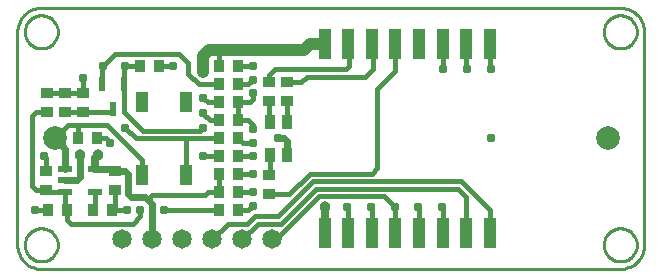
<source format=gbr>
G04 EAGLE Gerber RS-274X export*
G75*
%MOMM*%
%FSLAX34Y34*%
%LPD*%
%INTop Copper*%
%IPPOS*%
%AMOC8*
5,1,8,0,0,1.08239X$1,22.5*%
G01*
%ADD10C,2.000000*%
%ADD11R,0.950000X1.000000*%
%ADD12R,1.000000X0.950000*%
%ADD13C,1.650000*%
%ADD14R,1.200000X0.600000*%
%ADD15R,0.900000X1.200000*%
%ADD16R,1.100000X2.600000*%
%ADD17R,0.600000X1.300000*%
%ADD18R,1.100000X1.800000*%
%ADD19C,0.787400*%
%ADD20C,0.381000*%
%ADD21C,0.558800*%
%ADD22C,0.965200*%
%ADD23C,0.635000*%
%ADD24C,1.016000*%
%ADD25C,0.400000*%
%ADD26C,0.254000*%


D10*
X31750Y110490D03*
X499750Y110490D03*
D11*
X171070Y125730D03*
X187070Y125730D03*
X67690Y110490D03*
X51690Y110490D03*
D12*
X55880Y132970D03*
X55880Y148970D03*
D11*
X26290Y49530D03*
X42290Y49530D03*
X80390Y49530D03*
X64390Y49530D03*
D12*
X82550Y66930D03*
X82550Y82930D03*
D13*
X215900Y24892D03*
X190500Y24892D03*
X165100Y24892D03*
X139700Y24892D03*
X114300Y24892D03*
X88900Y24892D03*
D12*
X25400Y148970D03*
X25400Y132970D03*
D14*
X40840Y84430D03*
X40840Y74930D03*
X40840Y65430D03*
X65840Y65430D03*
X65840Y84430D03*
D15*
X213730Y96490D03*
X213730Y124490D03*
X228230Y124490D03*
X228230Y96490D03*
D16*
X400200Y190490D03*
X380200Y190490D03*
X360200Y190490D03*
X340200Y190490D03*
X320200Y190490D03*
X300200Y190490D03*
X280200Y190490D03*
X260200Y190490D03*
X260200Y30490D03*
X280200Y30490D03*
X300200Y30490D03*
X320200Y30490D03*
X340200Y30490D03*
X360200Y30490D03*
X380200Y30490D03*
X400200Y30490D03*
D17*
X90780Y156550D03*
X71780Y156550D03*
X81280Y135550D03*
D11*
X171070Y140970D03*
X187070Y140970D03*
X187070Y95250D03*
X171070Y95250D03*
X187070Y110490D03*
X171070Y110490D03*
X119760Y171450D03*
X103760Y171450D03*
D12*
X40640Y132970D03*
X40640Y148970D03*
X24130Y82930D03*
X24130Y66930D03*
D11*
X171070Y156210D03*
X187070Y156210D03*
X171070Y171450D03*
X187070Y171450D03*
D12*
X213360Y79120D03*
X213360Y63120D03*
X228600Y141860D03*
X228600Y157860D03*
X213360Y141860D03*
X213360Y157860D03*
D11*
X187070Y49530D03*
X171070Y49530D03*
X187070Y64770D03*
X171070Y64770D03*
X171070Y80010D03*
X187070Y80010D03*
D18*
X105960Y79490D03*
X105960Y141490D03*
X142960Y79490D03*
X142960Y141490D03*
D19*
X320040Y52070D03*
D20*
X320200Y51910D02*
X320200Y30490D01*
X320200Y51910D02*
X320040Y52070D01*
D19*
X199390Y80010D03*
D20*
X187070Y80010D01*
X320040Y52275D02*
X320040Y52070D01*
X320040Y52275D02*
X310748Y61567D01*
X255877Y61567D01*
X219202Y24892D02*
X215900Y24892D01*
X219202Y24892D02*
X255877Y61567D01*
X380200Y60490D02*
X380200Y30490D01*
X372773Y67917D02*
X253247Y67917D01*
X372773Y67917D02*
X380200Y60490D01*
X203708Y38100D02*
X190500Y24892D01*
X223430Y38100D02*
X253247Y67917D01*
X223430Y38100D02*
X203708Y38100D01*
X250616Y74267D02*
X375403Y74267D01*
X250616Y74267D02*
X220799Y44450D01*
X201078Y44450D02*
X194728Y38100D01*
X201078Y44450D02*
X220799Y44450D01*
X178308Y38100D02*
X165100Y24892D01*
X178308Y38100D02*
X194728Y38100D01*
X375403Y74267D02*
X400050Y49620D01*
X400050Y30640D01*
X400200Y30490D01*
D19*
X401320Y168910D03*
X199390Y148590D03*
D20*
X187070Y140970D02*
X187070Y125730D01*
X400200Y170030D02*
X400200Y190490D01*
X400200Y170030D02*
X401320Y168910D01*
D19*
X199390Y118110D03*
D20*
X195580Y125730D02*
X187070Y125730D01*
X199390Y121920D02*
X199390Y118110D01*
X199390Y121920D02*
X195580Y125730D01*
X196850Y140970D02*
X187070Y140970D01*
X199390Y143510D02*
X199390Y148590D01*
X199390Y143510D02*
X196850Y140970D01*
X82550Y82930D02*
X81050Y84430D01*
D21*
X65840Y84430D01*
X82550Y82930D02*
X91060Y82930D01*
X96520Y60960D02*
X107950Y60960D01*
X110490Y58420D01*
X114300Y54610D01*
X114300Y24892D01*
X93980Y80010D02*
X91060Y82930D01*
X93980Y80010D02*
X93980Y63500D01*
X96520Y60960D01*
D20*
X171070Y64770D02*
X171070Y80010D01*
X171070Y64770D02*
X161290Y64770D01*
X114300Y62230D02*
X110490Y58420D01*
X158750Y62230D02*
X161290Y64770D01*
X158750Y62230D02*
X114300Y62230D01*
D19*
X220980Y110490D03*
D21*
X228230Y108320D02*
X228230Y96490D01*
X226060Y110490D02*
X220980Y110490D01*
X226060Y110490D02*
X228230Y108320D01*
D22*
X68580Y96520D03*
D23*
X65840Y93780D02*
X65840Y84430D01*
X65840Y93780D02*
X68580Y96520D01*
D22*
X157480Y166370D03*
D24*
X247640Y190490D02*
X260200Y190490D01*
X247640Y190490D02*
X242570Y185420D01*
X171450Y185420D01*
X162560Y185420D02*
X157480Y180340D01*
X157480Y166370D01*
X162560Y185420D02*
X171450Y185420D01*
D20*
X171070Y185040D02*
X171070Y171450D01*
X171070Y185040D02*
X171450Y185420D01*
D19*
X157480Y144780D03*
D20*
X161290Y140970D02*
X171070Y140970D01*
X161290Y140970D02*
X157480Y144780D01*
D22*
X260350Y52070D03*
D20*
X260200Y51920D01*
D19*
X22860Y95250D03*
X15240Y49530D03*
X92710Y49530D03*
D22*
X53340Y96520D03*
D20*
X26290Y49530D02*
X15240Y49530D01*
X80390Y49530D02*
X92710Y49530D01*
X24130Y82930D02*
X24130Y93980D01*
X22860Y95250D01*
D21*
X40840Y74930D02*
X50800Y74930D01*
X53340Y77470D01*
X53340Y96520D01*
D23*
X260200Y51920D02*
X260200Y30490D01*
D19*
X132080Y171450D03*
D20*
X119760Y171450D01*
X82550Y66930D02*
X82550Y51690D01*
X80390Y49530D01*
D19*
X157480Y132080D03*
D20*
X162984Y125730D02*
X171070Y125730D01*
X162984Y125730D02*
X157480Y131234D01*
X157480Y132080D01*
D19*
X78740Y106680D03*
D20*
X74930Y110490D02*
X67690Y110490D01*
X74930Y110490D02*
X78740Y106680D01*
D19*
X401320Y110490D03*
X381000Y168910D03*
X199390Y160020D03*
D20*
X195580Y156210D01*
X187070Y156210D01*
X380200Y169710D02*
X380200Y190490D01*
X380200Y169710D02*
X381000Y168910D01*
D19*
X360680Y168910D03*
X199390Y171450D03*
D20*
X187070Y171450D01*
X360200Y169390D02*
X360200Y190490D01*
X360200Y169390D02*
X360680Y168910D01*
X320200Y167800D02*
X320200Y190490D01*
X320200Y167800D02*
X304800Y152400D01*
X304800Y85090D01*
X300327Y80617D01*
X247986Y80617D01*
X230489Y63120D01*
X213360Y63120D01*
X228600Y157860D02*
X240410Y157860D01*
X245110Y162560D01*
X294640Y162560D01*
X300990Y168910D01*
X300990Y189700D01*
X300200Y190490D01*
X280670Y171450D02*
X278130Y168910D01*
X218440Y168910D01*
X280670Y171450D02*
X280670Y190020D01*
X280200Y190490D01*
X213360Y163830D02*
X213360Y157860D01*
X213360Y163830D02*
X218440Y168910D01*
X228600Y141860D02*
X228600Y124860D01*
X228230Y124490D01*
D25*
X213730Y124490D02*
X213080Y124330D01*
D20*
X213360Y124610D02*
X213360Y141860D01*
X213360Y124610D02*
X213080Y124330D01*
X213730Y96490D02*
X213730Y79490D01*
X213360Y79120D01*
D19*
X359410Y52070D03*
X199390Y106680D03*
D20*
X360200Y51280D02*
X360200Y30490D01*
X360200Y51280D02*
X359410Y52070D01*
X199390Y106680D02*
X190880Y106680D01*
X187070Y110490D01*
D19*
X339090Y52070D03*
X199390Y95250D03*
D20*
X340200Y50960D02*
X340200Y30490D01*
X340200Y50960D02*
X339090Y52070D01*
X199390Y95250D02*
X187070Y95250D01*
D19*
X299720Y52070D03*
X199390Y64770D03*
D20*
X300200Y51590D02*
X300200Y30490D01*
X300200Y51590D02*
X299720Y52070D01*
X199390Y64770D02*
X187070Y64770D01*
X65840Y65430D02*
X65840Y50980D01*
X64390Y49530D01*
X55880Y132970D02*
X78700Y132970D01*
X81280Y135550D01*
X55880Y132970D02*
X40640Y132970D01*
X40840Y65430D02*
X40840Y50980D01*
X42290Y49530D01*
X40840Y65430D02*
X25630Y65430D01*
X24130Y66930D01*
X15620Y66930D01*
X12700Y69850D01*
X12700Y129540D01*
X16130Y132970D02*
X25400Y132970D01*
X16130Y132970D02*
X12700Y129540D01*
D19*
X104140Y49530D03*
X124460Y49530D03*
D20*
X171070Y49530D01*
X104140Y49530D02*
X104140Y44450D01*
X97790Y38100D01*
X45720Y38100D01*
X42290Y41530D01*
X42290Y49530D01*
D19*
X279400Y52070D03*
X199390Y53340D03*
D20*
X195580Y49530D02*
X187070Y49530D01*
X195580Y49530D02*
X199390Y53340D01*
X280200Y51270D02*
X280200Y30490D01*
X280200Y51270D02*
X279400Y52070D01*
X55880Y148970D02*
X40640Y148970D01*
X25400Y148970D01*
D19*
X55880Y161290D03*
D20*
X55880Y148970D01*
D19*
X91440Y119380D03*
D20*
X100330Y110490D01*
X143510Y110490D02*
X171070Y110490D01*
X143510Y110490D02*
X100330Y110490D01*
X142960Y109940D02*
X142960Y79490D01*
X142960Y109940D02*
X143510Y110490D01*
X90780Y132740D02*
X90780Y156550D01*
X90780Y132740D02*
X106680Y116840D01*
D19*
X157480Y119380D03*
X157480Y95250D03*
D20*
X154940Y116840D02*
X157480Y119380D01*
X154940Y116840D02*
X106680Y116840D01*
X157480Y95250D02*
X171070Y95250D01*
D19*
X91440Y171450D03*
D20*
X103760Y171450D01*
X90780Y170790D02*
X90780Y156550D01*
X90780Y170790D02*
X91440Y171450D01*
X105960Y92160D02*
X105960Y79490D01*
X105960Y92160D02*
X76200Y121920D01*
X52070Y121920D01*
X51690Y121540D02*
X51690Y110490D01*
X51690Y121540D02*
X52070Y121920D01*
D19*
X72390Y171450D03*
D20*
X153670Y156210D02*
X171070Y156210D01*
X72390Y171450D02*
X71780Y171450D01*
X144780Y165100D02*
X153670Y156210D01*
X144780Y165100D02*
X144780Y173990D01*
X136605Y182165D01*
X83105Y182165D02*
X72390Y171450D01*
X83105Y182165D02*
X136605Y182165D01*
X71780Y171450D02*
X71780Y156550D01*
X43180Y121920D02*
X31750Y110490D01*
X43180Y121920D02*
X52070Y121920D01*
D21*
X31750Y110490D02*
X40840Y101400D01*
X40840Y84430D01*
D26*
X0Y20320D02*
X77Y18549D01*
X309Y16791D01*
X692Y15061D01*
X1225Y13370D01*
X1904Y11732D01*
X2722Y10160D01*
X3675Y8665D01*
X4754Y7259D01*
X5952Y5952D01*
X7259Y4754D01*
X8665Y3675D01*
X10160Y2722D01*
X11732Y1904D01*
X13370Y1225D01*
X15061Y692D01*
X16791Y309D01*
X18549Y77D01*
X20320Y0D01*
X510540Y0D01*
X512311Y77D01*
X514069Y309D01*
X515799Y692D01*
X517490Y1225D01*
X519128Y1904D01*
X520700Y2722D01*
X522195Y3675D01*
X523601Y4754D01*
X524908Y5952D01*
X526106Y7259D01*
X527185Y8665D01*
X528138Y10160D01*
X528956Y11732D01*
X529635Y13370D01*
X530168Y15061D01*
X530551Y16791D01*
X530783Y18549D01*
X530860Y20320D01*
X530860Y200660D01*
X530783Y202431D01*
X530551Y204189D01*
X530168Y205919D01*
X529635Y207610D01*
X528956Y209248D01*
X528138Y210820D01*
X527185Y212315D01*
X526106Y213721D01*
X524908Y215028D01*
X523601Y216226D01*
X522195Y217305D01*
X520700Y218258D01*
X519128Y219076D01*
X517490Y219755D01*
X515799Y220288D01*
X514069Y220671D01*
X512311Y220903D01*
X510540Y220980D01*
X20320Y220980D01*
X18549Y220903D01*
X16791Y220671D01*
X15061Y220288D01*
X13370Y219755D01*
X11732Y219076D01*
X10160Y218258D01*
X8665Y217305D01*
X7259Y216226D01*
X5952Y215028D01*
X4754Y213721D01*
X3675Y212315D01*
X2722Y210820D01*
X1904Y209248D01*
X1225Y207610D01*
X692Y205919D01*
X309Y204189D01*
X77Y202431D01*
X0Y200660D01*
X0Y20320D01*
X34290Y200161D02*
X34219Y199166D01*
X34077Y198178D01*
X33865Y197203D01*
X33584Y196245D01*
X33235Y195311D01*
X32820Y194403D01*
X32342Y193527D01*
X31803Y192688D01*
X31205Y191889D01*
X30551Y191135D01*
X29845Y190429D01*
X29091Y189775D01*
X28293Y189177D01*
X27453Y188638D01*
X26577Y188160D01*
X25670Y187745D01*
X24735Y187396D01*
X23777Y187115D01*
X22802Y186903D01*
X21814Y186761D01*
X20819Y186690D01*
X19821Y186690D01*
X18826Y186761D01*
X17838Y186903D01*
X16863Y187115D01*
X15905Y187396D01*
X14971Y187745D01*
X14063Y188160D01*
X13187Y188638D01*
X12348Y189177D01*
X11549Y189775D01*
X10795Y190429D01*
X10089Y191135D01*
X9435Y191889D01*
X8837Y192688D01*
X8298Y193527D01*
X7820Y194403D01*
X7405Y195311D01*
X7056Y196245D01*
X6775Y197203D01*
X6563Y198178D01*
X6421Y199166D01*
X6350Y200161D01*
X6350Y201159D01*
X6421Y202154D01*
X6563Y203142D01*
X6775Y204117D01*
X7056Y205075D01*
X7405Y206010D01*
X7820Y206917D01*
X8298Y207793D01*
X8837Y208633D01*
X9435Y209431D01*
X10089Y210185D01*
X10795Y210891D01*
X11549Y211545D01*
X12348Y212143D01*
X13187Y212682D01*
X14063Y213160D01*
X14971Y213575D01*
X15905Y213924D01*
X16863Y214205D01*
X17838Y214417D01*
X18826Y214559D01*
X19821Y214630D01*
X20819Y214630D01*
X21814Y214559D01*
X22802Y214417D01*
X23777Y214205D01*
X24735Y213924D01*
X25670Y213575D01*
X26577Y213160D01*
X27453Y212682D01*
X28293Y212143D01*
X29091Y211545D01*
X29845Y210891D01*
X30551Y210185D01*
X31205Y209431D01*
X31803Y208633D01*
X32342Y207793D01*
X32820Y206917D01*
X33235Y206010D01*
X33584Y205075D01*
X33865Y204117D01*
X34077Y203142D01*
X34219Y202154D01*
X34290Y201159D01*
X34290Y200161D01*
X34290Y19821D02*
X34219Y18826D01*
X34077Y17838D01*
X33865Y16863D01*
X33584Y15905D01*
X33235Y14971D01*
X32820Y14063D01*
X32342Y13187D01*
X31803Y12348D01*
X31205Y11549D01*
X30551Y10795D01*
X29845Y10089D01*
X29091Y9435D01*
X28293Y8837D01*
X27453Y8298D01*
X26577Y7820D01*
X25670Y7405D01*
X24735Y7056D01*
X23777Y6775D01*
X22802Y6563D01*
X21814Y6421D01*
X20819Y6350D01*
X19821Y6350D01*
X18826Y6421D01*
X17838Y6563D01*
X16863Y6775D01*
X15905Y7056D01*
X14971Y7405D01*
X14063Y7820D01*
X13187Y8298D01*
X12348Y8837D01*
X11549Y9435D01*
X10795Y10089D01*
X10089Y10795D01*
X9435Y11549D01*
X8837Y12348D01*
X8298Y13187D01*
X7820Y14063D01*
X7405Y14971D01*
X7056Y15905D01*
X6775Y16863D01*
X6563Y17838D01*
X6421Y18826D01*
X6350Y19821D01*
X6350Y20819D01*
X6421Y21814D01*
X6563Y22802D01*
X6775Y23777D01*
X7056Y24735D01*
X7405Y25670D01*
X7820Y26577D01*
X8298Y27453D01*
X8837Y28293D01*
X9435Y29091D01*
X10089Y29845D01*
X10795Y30551D01*
X11549Y31205D01*
X12348Y31803D01*
X13187Y32342D01*
X14063Y32820D01*
X14971Y33235D01*
X15905Y33584D01*
X16863Y33865D01*
X17838Y34077D01*
X18826Y34219D01*
X19821Y34290D01*
X20819Y34290D01*
X21814Y34219D01*
X22802Y34077D01*
X23777Y33865D01*
X24735Y33584D01*
X25670Y33235D01*
X26577Y32820D01*
X27453Y32342D01*
X28293Y31803D01*
X29091Y31205D01*
X29845Y30551D01*
X30551Y29845D01*
X31205Y29091D01*
X31803Y28293D01*
X32342Y27453D01*
X32820Y26577D01*
X33235Y25670D01*
X33584Y24735D01*
X33865Y23777D01*
X34077Y22802D01*
X34219Y21814D01*
X34290Y20819D01*
X34290Y19821D01*
X524510Y19821D02*
X524439Y18826D01*
X524297Y17838D01*
X524085Y16863D01*
X523804Y15905D01*
X523455Y14971D01*
X523040Y14063D01*
X522562Y13187D01*
X522023Y12348D01*
X521425Y11549D01*
X520771Y10795D01*
X520065Y10089D01*
X519311Y9435D01*
X518513Y8837D01*
X517673Y8298D01*
X516797Y7820D01*
X515890Y7405D01*
X514955Y7056D01*
X513997Y6775D01*
X513022Y6563D01*
X512034Y6421D01*
X511039Y6350D01*
X510041Y6350D01*
X509046Y6421D01*
X508058Y6563D01*
X507083Y6775D01*
X506125Y7056D01*
X505191Y7405D01*
X504283Y7820D01*
X503407Y8298D01*
X502568Y8837D01*
X501769Y9435D01*
X501015Y10089D01*
X500309Y10795D01*
X499655Y11549D01*
X499057Y12348D01*
X498518Y13187D01*
X498040Y14063D01*
X497625Y14971D01*
X497276Y15905D01*
X496995Y16863D01*
X496783Y17838D01*
X496641Y18826D01*
X496570Y19821D01*
X496570Y20819D01*
X496641Y21814D01*
X496783Y22802D01*
X496995Y23777D01*
X497276Y24735D01*
X497625Y25670D01*
X498040Y26577D01*
X498518Y27453D01*
X499057Y28293D01*
X499655Y29091D01*
X500309Y29845D01*
X501015Y30551D01*
X501769Y31205D01*
X502568Y31803D01*
X503407Y32342D01*
X504283Y32820D01*
X505191Y33235D01*
X506125Y33584D01*
X507083Y33865D01*
X508058Y34077D01*
X509046Y34219D01*
X510041Y34290D01*
X511039Y34290D01*
X512034Y34219D01*
X513022Y34077D01*
X513997Y33865D01*
X514955Y33584D01*
X515890Y33235D01*
X516797Y32820D01*
X517673Y32342D01*
X518513Y31803D01*
X519311Y31205D01*
X520065Y30551D01*
X520771Y29845D01*
X521425Y29091D01*
X522023Y28293D01*
X522562Y27453D01*
X523040Y26577D01*
X523455Y25670D01*
X523804Y24735D01*
X524085Y23777D01*
X524297Y22802D01*
X524439Y21814D01*
X524510Y20819D01*
X524510Y19821D01*
X524510Y200161D02*
X524439Y199166D01*
X524297Y198178D01*
X524085Y197203D01*
X523804Y196245D01*
X523455Y195311D01*
X523040Y194403D01*
X522562Y193527D01*
X522023Y192688D01*
X521425Y191889D01*
X520771Y191135D01*
X520065Y190429D01*
X519311Y189775D01*
X518513Y189177D01*
X517673Y188638D01*
X516797Y188160D01*
X515890Y187745D01*
X514955Y187396D01*
X513997Y187115D01*
X513022Y186903D01*
X512034Y186761D01*
X511039Y186690D01*
X510041Y186690D01*
X509046Y186761D01*
X508058Y186903D01*
X507083Y187115D01*
X506125Y187396D01*
X505191Y187745D01*
X504283Y188160D01*
X503407Y188638D01*
X502568Y189177D01*
X501769Y189775D01*
X501015Y190429D01*
X500309Y191135D01*
X499655Y191889D01*
X499057Y192688D01*
X498518Y193527D01*
X498040Y194403D01*
X497625Y195311D01*
X497276Y196245D01*
X496995Y197203D01*
X496783Y198178D01*
X496641Y199166D01*
X496570Y200161D01*
X496570Y201159D01*
X496641Y202154D01*
X496783Y203142D01*
X496995Y204117D01*
X497276Y205075D01*
X497625Y206010D01*
X498040Y206917D01*
X498518Y207793D01*
X499057Y208633D01*
X499655Y209431D01*
X500309Y210185D01*
X501015Y210891D01*
X501769Y211545D01*
X502568Y212143D01*
X503407Y212682D01*
X504283Y213160D01*
X505191Y213575D01*
X506125Y213924D01*
X507083Y214205D01*
X508058Y214417D01*
X509046Y214559D01*
X510041Y214630D01*
X511039Y214630D01*
X512034Y214559D01*
X513022Y214417D01*
X513997Y214205D01*
X514955Y213924D01*
X515890Y213575D01*
X516797Y213160D01*
X517673Y212682D01*
X518513Y212143D01*
X519311Y211545D01*
X520065Y210891D01*
X520771Y210185D01*
X521425Y209431D01*
X522023Y208633D01*
X522562Y207793D01*
X523040Y206917D01*
X523455Y206010D01*
X523804Y205075D01*
X524085Y204117D01*
X524297Y203142D01*
X524439Y202154D01*
X524510Y201159D01*
X524510Y200161D01*
M02*

</source>
